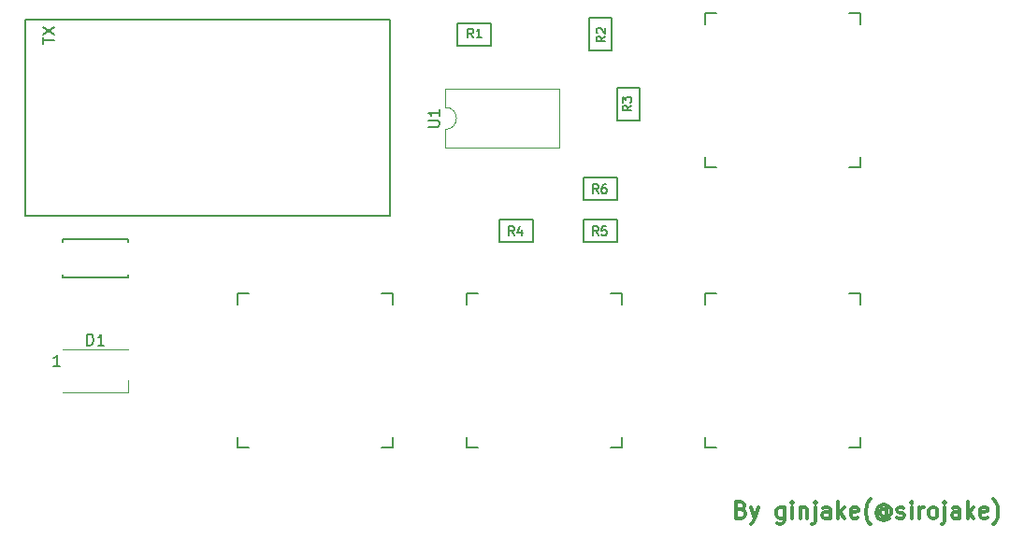
<source format=gbr>
G04 #@! TF.GenerationSoftware,KiCad,Pcbnew,(5.1.2)-1*
G04 #@! TF.CreationDate,2019-05-14T15:55:12+09:00*
G04 #@! TF.ProjectId,pcb,7063622e-6b69-4636-9164-5f7063625858,rev?*
G04 #@! TF.SameCoordinates,Original*
G04 #@! TF.FileFunction,Legend,Top*
G04 #@! TF.FilePolarity,Positive*
%FSLAX46Y46*%
G04 Gerber Fmt 4.6, Leading zero omitted, Abs format (unit mm)*
G04 Created by KiCad (PCBNEW (5.1.2)-1) date 2019-05-14 15:55:12*
%MOMM*%
%LPD*%
G04 APERTURE LIST*
%ADD10C,0.300000*%
%ADD11C,0.150000*%
%ADD12C,0.120000*%
G04 APERTURE END LIST*
D10*
X95287142Y-185312857D02*
X95501428Y-185384285D01*
X95572857Y-185455714D01*
X95644285Y-185598571D01*
X95644285Y-185812857D01*
X95572857Y-185955714D01*
X95501428Y-186027142D01*
X95358571Y-186098571D01*
X94787142Y-186098571D01*
X94787142Y-184598571D01*
X95287142Y-184598571D01*
X95430000Y-184670000D01*
X95501428Y-184741428D01*
X95572857Y-184884285D01*
X95572857Y-185027142D01*
X95501428Y-185170000D01*
X95430000Y-185241428D01*
X95287142Y-185312857D01*
X94787142Y-185312857D01*
X96144285Y-185098571D02*
X96501428Y-186098571D01*
X96858571Y-185098571D02*
X96501428Y-186098571D01*
X96358571Y-186455714D01*
X96287142Y-186527142D01*
X96144285Y-186598571D01*
X99215714Y-185098571D02*
X99215714Y-186312857D01*
X99144285Y-186455714D01*
X99072857Y-186527142D01*
X98930000Y-186598571D01*
X98715714Y-186598571D01*
X98572857Y-186527142D01*
X99215714Y-186027142D02*
X99072857Y-186098571D01*
X98787142Y-186098571D01*
X98644285Y-186027142D01*
X98572857Y-185955714D01*
X98501428Y-185812857D01*
X98501428Y-185384285D01*
X98572857Y-185241428D01*
X98644285Y-185170000D01*
X98787142Y-185098571D01*
X99072857Y-185098571D01*
X99215714Y-185170000D01*
X99930000Y-186098571D02*
X99930000Y-185098571D01*
X99930000Y-184598571D02*
X99858571Y-184670000D01*
X99930000Y-184741428D01*
X100001428Y-184670000D01*
X99930000Y-184598571D01*
X99930000Y-184741428D01*
X100644285Y-185098571D02*
X100644285Y-186098571D01*
X100644285Y-185241428D02*
X100715714Y-185170000D01*
X100858571Y-185098571D01*
X101072857Y-185098571D01*
X101215714Y-185170000D01*
X101287142Y-185312857D01*
X101287142Y-186098571D01*
X102001428Y-185098571D02*
X102001428Y-186384285D01*
X101930000Y-186527142D01*
X101787142Y-186598571D01*
X101715714Y-186598571D01*
X102001428Y-184598571D02*
X101930000Y-184670000D01*
X102001428Y-184741428D01*
X102072857Y-184670000D01*
X102001428Y-184598571D01*
X102001428Y-184741428D01*
X103358571Y-186098571D02*
X103358571Y-185312857D01*
X103287142Y-185170000D01*
X103144285Y-185098571D01*
X102858571Y-185098571D01*
X102715714Y-185170000D01*
X103358571Y-186027142D02*
X103215714Y-186098571D01*
X102858571Y-186098571D01*
X102715714Y-186027142D01*
X102644285Y-185884285D01*
X102644285Y-185741428D01*
X102715714Y-185598571D01*
X102858571Y-185527142D01*
X103215714Y-185527142D01*
X103358571Y-185455714D01*
X104072857Y-186098571D02*
X104072857Y-184598571D01*
X104215714Y-185527142D02*
X104644285Y-186098571D01*
X104644285Y-185098571D02*
X104072857Y-185670000D01*
X105858571Y-186027142D02*
X105715714Y-186098571D01*
X105430000Y-186098571D01*
X105287142Y-186027142D01*
X105215714Y-185884285D01*
X105215714Y-185312857D01*
X105287142Y-185170000D01*
X105430000Y-185098571D01*
X105715714Y-185098571D01*
X105858571Y-185170000D01*
X105930000Y-185312857D01*
X105930000Y-185455714D01*
X105215714Y-185598571D01*
X107001428Y-186670000D02*
X106930000Y-186598571D01*
X106787142Y-186384285D01*
X106715714Y-186241428D01*
X106644285Y-186027142D01*
X106572857Y-185670000D01*
X106572857Y-185384285D01*
X106644285Y-185027142D01*
X106715714Y-184812857D01*
X106787142Y-184670000D01*
X106930000Y-184455714D01*
X107001428Y-184384285D01*
X108501428Y-185384285D02*
X108430000Y-185312857D01*
X108287142Y-185241428D01*
X108144285Y-185241428D01*
X108001428Y-185312857D01*
X107930000Y-185384285D01*
X107858571Y-185527142D01*
X107858571Y-185670000D01*
X107930000Y-185812857D01*
X108001428Y-185884285D01*
X108144285Y-185955714D01*
X108287142Y-185955714D01*
X108430000Y-185884285D01*
X108501428Y-185812857D01*
X108501428Y-185241428D02*
X108501428Y-185812857D01*
X108572857Y-185884285D01*
X108644285Y-185884285D01*
X108787142Y-185812857D01*
X108858571Y-185670000D01*
X108858571Y-185312857D01*
X108715714Y-185098571D01*
X108501428Y-184955714D01*
X108215714Y-184884285D01*
X107930000Y-184955714D01*
X107715714Y-185098571D01*
X107572857Y-185312857D01*
X107501428Y-185598571D01*
X107572857Y-185884285D01*
X107715714Y-186098571D01*
X107930000Y-186241428D01*
X108215714Y-186312857D01*
X108501428Y-186241428D01*
X108715714Y-186098571D01*
X109430000Y-186027142D02*
X109572857Y-186098571D01*
X109858571Y-186098571D01*
X110001428Y-186027142D01*
X110072857Y-185884285D01*
X110072857Y-185812857D01*
X110001428Y-185670000D01*
X109858571Y-185598571D01*
X109644285Y-185598571D01*
X109501428Y-185527142D01*
X109430000Y-185384285D01*
X109430000Y-185312857D01*
X109501428Y-185170000D01*
X109644285Y-185098571D01*
X109858571Y-185098571D01*
X110001428Y-185170000D01*
X110715714Y-186098571D02*
X110715714Y-185098571D01*
X110715714Y-184598571D02*
X110644285Y-184670000D01*
X110715714Y-184741428D01*
X110787142Y-184670000D01*
X110715714Y-184598571D01*
X110715714Y-184741428D01*
X111430000Y-186098571D02*
X111430000Y-185098571D01*
X111430000Y-185384285D02*
X111501428Y-185241428D01*
X111572857Y-185170000D01*
X111715714Y-185098571D01*
X111858571Y-185098571D01*
X112572857Y-186098571D02*
X112430000Y-186027142D01*
X112358571Y-185955714D01*
X112287142Y-185812857D01*
X112287142Y-185384285D01*
X112358571Y-185241428D01*
X112430000Y-185170000D01*
X112572857Y-185098571D01*
X112787142Y-185098571D01*
X112930000Y-185170000D01*
X113001428Y-185241428D01*
X113072857Y-185384285D01*
X113072857Y-185812857D01*
X113001428Y-185955714D01*
X112930000Y-186027142D01*
X112787142Y-186098571D01*
X112572857Y-186098571D01*
X113715714Y-185098571D02*
X113715714Y-186384285D01*
X113644285Y-186527142D01*
X113501428Y-186598571D01*
X113430000Y-186598571D01*
X113715714Y-184598571D02*
X113644285Y-184670000D01*
X113715714Y-184741428D01*
X113787142Y-184670000D01*
X113715714Y-184598571D01*
X113715714Y-184741428D01*
X115072857Y-186098571D02*
X115072857Y-185312857D01*
X115001428Y-185170000D01*
X114858571Y-185098571D01*
X114572857Y-185098571D01*
X114430000Y-185170000D01*
X115072857Y-186027142D02*
X114930000Y-186098571D01*
X114572857Y-186098571D01*
X114430000Y-186027142D01*
X114358571Y-185884285D01*
X114358571Y-185741428D01*
X114430000Y-185598571D01*
X114572857Y-185527142D01*
X114930000Y-185527142D01*
X115072857Y-185455714D01*
X115787142Y-186098571D02*
X115787142Y-184598571D01*
X115930000Y-185527142D02*
X116358571Y-186098571D01*
X116358571Y-185098571D02*
X115787142Y-185670000D01*
X117572857Y-186027142D02*
X117430000Y-186098571D01*
X117144285Y-186098571D01*
X117001428Y-186027142D01*
X116930000Y-185884285D01*
X116930000Y-185312857D01*
X117001428Y-185170000D01*
X117144285Y-185098571D01*
X117430000Y-185098571D01*
X117572857Y-185170000D01*
X117644285Y-185312857D01*
X117644285Y-185455714D01*
X116930000Y-185598571D01*
X118144285Y-186670000D02*
X118215714Y-186598571D01*
X118358571Y-186384285D01*
X118430000Y-186241428D01*
X118501428Y-186027142D01*
X118572857Y-185670000D01*
X118572857Y-185384285D01*
X118501428Y-185027142D01*
X118430000Y-184812857D01*
X118358571Y-184670000D01*
X118215714Y-184455714D01*
X118144285Y-184384285D01*
D11*
X63500000Y-140950000D02*
X30480000Y-140950000D01*
X63500000Y-158730000D02*
X63500000Y-140950000D01*
X30480000Y-158730000D02*
X63500000Y-158730000D01*
X30480000Y-140950000D02*
X30480000Y-158730000D01*
X105060000Y-140320000D02*
X106060000Y-140320000D01*
X106060000Y-141320000D02*
X106060000Y-140320000D01*
X92060000Y-154320000D02*
X93060000Y-154320000D01*
X92060000Y-153320000D02*
X92060000Y-154320000D01*
X92060000Y-140320000D02*
X92060000Y-141320000D01*
X93060000Y-140320000D02*
X92060000Y-140320000D01*
X106060000Y-154320000D02*
X105060000Y-154320000D01*
X106060000Y-153320000D02*
X106060000Y-154320000D01*
D12*
X68520000Y-147210000D02*
X68520000Y-148860000D01*
X78800000Y-147210000D02*
X68520000Y-147210000D01*
X78800000Y-152510000D02*
X78800000Y-147210000D01*
X68520000Y-152510000D02*
X78800000Y-152510000D01*
X68520000Y-150860000D02*
X68520000Y-152510000D01*
X68520000Y-148860000D02*
G75*
G02X68520000Y-150860000I0J-1000000D01*
G01*
D11*
X50730000Y-179720000D02*
X49730000Y-179720000D01*
X49730000Y-178720000D02*
X49730000Y-179720000D01*
X63730000Y-165720000D02*
X62730000Y-165720000D01*
X63730000Y-166720000D02*
X63730000Y-165720000D01*
X63730000Y-179720000D02*
X63730000Y-178720000D01*
X62730000Y-179720000D02*
X63730000Y-179720000D01*
X49730000Y-165720000D02*
X50730000Y-165720000D01*
X49730000Y-166720000D02*
X49730000Y-165720000D01*
X71470000Y-179720000D02*
X70470000Y-179720000D01*
X70470000Y-178720000D02*
X70470000Y-179720000D01*
X84470000Y-165720000D02*
X83470000Y-165720000D01*
X84470000Y-166720000D02*
X84470000Y-165720000D01*
X84470000Y-179720000D02*
X84470000Y-178720000D01*
X83470000Y-179720000D02*
X84470000Y-179720000D01*
X70470000Y-165720000D02*
X71470000Y-165720000D01*
X70470000Y-166720000D02*
X70470000Y-165720000D01*
X93060000Y-179720000D02*
X92060000Y-179720000D01*
X92060000Y-178720000D02*
X92060000Y-179720000D01*
X106060000Y-165720000D02*
X105060000Y-165720000D01*
X106060000Y-166720000D02*
X106060000Y-165720000D01*
X106060000Y-179720000D02*
X106060000Y-178720000D01*
X105060000Y-179720000D02*
X106060000Y-179720000D01*
X92060000Y-165720000D02*
X93060000Y-165720000D01*
X92060000Y-166720000D02*
X92060000Y-165720000D01*
X33830000Y-161060000D02*
X33830000Y-160810000D01*
X33830000Y-160810000D02*
X39830000Y-160810000D01*
X39830000Y-160810000D02*
X39830000Y-161060000D01*
X39830000Y-164060000D02*
X39830000Y-164310000D01*
X39830000Y-164310000D02*
X33830000Y-164310000D01*
X33830000Y-164310000D02*
X33830000Y-164060000D01*
X81048860Y-157210760D02*
X84051140Y-157210760D01*
X81048860Y-155209240D02*
X81048860Y-157210760D01*
X84051140Y-155209240D02*
X81048860Y-155209240D01*
X84051140Y-157210760D02*
X84051140Y-155209240D01*
X81048860Y-161020760D02*
X84051140Y-161020760D01*
X81048860Y-159019240D02*
X81048860Y-161020760D01*
X84051140Y-159019240D02*
X81048860Y-159019240D01*
X84051140Y-161020760D02*
X84051140Y-159019240D01*
X76431140Y-161020760D02*
X76431140Y-159019240D01*
X76431140Y-159019240D02*
X73428860Y-159019240D01*
X73428860Y-159019240D02*
X73428860Y-161020760D01*
X73428860Y-161020760D02*
X76431140Y-161020760D01*
X84089240Y-147088860D02*
X84089240Y-150091140D01*
X86090760Y-147088860D02*
X84089240Y-147088860D01*
X86090760Y-150091140D02*
X86090760Y-147088860D01*
X84089240Y-150091140D02*
X86090760Y-150091140D01*
X83550760Y-143741140D02*
X83550760Y-140738860D01*
X81549240Y-143741140D02*
X83550760Y-143741140D01*
X81549240Y-140738860D02*
X81549240Y-143741140D01*
X83550760Y-140738860D02*
X81549240Y-140738860D01*
X72621140Y-141239240D02*
X69618860Y-141239240D01*
X72621140Y-143240760D02*
X72621140Y-141239240D01*
X69618860Y-143240760D02*
X72621140Y-143240760D01*
X69618860Y-141239240D02*
X69618860Y-143240760D01*
D12*
X33880000Y-170770000D02*
X39780000Y-170770000D01*
X33880000Y-174670000D02*
X39780000Y-174670000D01*
X39780000Y-174670000D02*
X39780000Y-173595000D01*
D11*
X32065980Y-143083504D02*
X32065980Y-142512076D01*
X33065980Y-142797790D02*
X32065980Y-142797790D01*
X32065980Y-142273980D02*
X33065980Y-141607314D01*
X32065980Y-141607314D02*
X33065980Y-142273980D01*
X66972380Y-150621904D02*
X67781904Y-150621904D01*
X67877142Y-150574285D01*
X67924761Y-150526666D01*
X67972380Y-150431428D01*
X67972380Y-150240952D01*
X67924761Y-150145714D01*
X67877142Y-150098095D01*
X67781904Y-150050476D01*
X66972380Y-150050476D01*
X67972380Y-149050476D02*
X67972380Y-149621904D01*
X67972380Y-149336190D02*
X66972380Y-149336190D01*
X67115238Y-149431428D01*
X67210476Y-149526666D01*
X67258095Y-149621904D01*
X82364533Y-156657695D02*
X82093600Y-156270647D01*
X81900076Y-156657695D02*
X81900076Y-155844895D01*
X82209714Y-155844895D01*
X82287123Y-155883600D01*
X82325828Y-155922304D01*
X82364533Y-155999714D01*
X82364533Y-156115828D01*
X82325828Y-156193238D01*
X82287123Y-156231942D01*
X82209714Y-156270647D01*
X81900076Y-156270647D01*
X83061219Y-155844895D02*
X82906400Y-155844895D01*
X82828990Y-155883600D01*
X82790285Y-155922304D01*
X82712876Y-156038419D01*
X82674171Y-156193238D01*
X82674171Y-156502876D01*
X82712876Y-156580285D01*
X82751580Y-156618990D01*
X82828990Y-156657695D01*
X82983809Y-156657695D01*
X83061219Y-156618990D01*
X83099923Y-156580285D01*
X83138628Y-156502876D01*
X83138628Y-156309352D01*
X83099923Y-156231942D01*
X83061219Y-156193238D01*
X82983809Y-156154533D01*
X82828990Y-156154533D01*
X82751580Y-156193238D01*
X82712876Y-156231942D01*
X82674171Y-156309352D01*
X82364533Y-160467695D02*
X82093600Y-160080647D01*
X81900076Y-160467695D02*
X81900076Y-159654895D01*
X82209714Y-159654895D01*
X82287123Y-159693600D01*
X82325828Y-159732304D01*
X82364533Y-159809714D01*
X82364533Y-159925828D01*
X82325828Y-160003238D01*
X82287123Y-160041942D01*
X82209714Y-160080647D01*
X81900076Y-160080647D01*
X83099923Y-159654895D02*
X82712876Y-159654895D01*
X82674171Y-160041942D01*
X82712876Y-160003238D01*
X82790285Y-159964533D01*
X82983809Y-159964533D01*
X83061219Y-160003238D01*
X83099923Y-160041942D01*
X83138628Y-160119352D01*
X83138628Y-160312876D01*
X83099923Y-160390285D01*
X83061219Y-160428990D01*
X82983809Y-160467695D01*
X82790285Y-160467695D01*
X82712876Y-160428990D01*
X82674171Y-160390285D01*
X74744533Y-160467695D02*
X74473600Y-160080647D01*
X74280076Y-160467695D02*
X74280076Y-159654895D01*
X74589714Y-159654895D01*
X74667123Y-159693600D01*
X74705828Y-159732304D01*
X74744533Y-159809714D01*
X74744533Y-159925828D01*
X74705828Y-160003238D01*
X74667123Y-160041942D01*
X74589714Y-160080647D01*
X74280076Y-160080647D01*
X75441219Y-159925828D02*
X75441219Y-160467695D01*
X75247695Y-159616190D02*
X75054171Y-160196761D01*
X75557333Y-160196761D01*
X85377695Y-148675466D02*
X84990647Y-148946400D01*
X85377695Y-149139923D02*
X84564895Y-149139923D01*
X84564895Y-148830285D01*
X84603600Y-148752876D01*
X84642304Y-148714171D01*
X84719714Y-148675466D01*
X84835828Y-148675466D01*
X84913238Y-148714171D01*
X84951942Y-148752876D01*
X84990647Y-148830285D01*
X84990647Y-149139923D01*
X84564895Y-148404533D02*
X84564895Y-147901371D01*
X84874533Y-148172304D01*
X84874533Y-148056190D01*
X84913238Y-147978780D01*
X84951942Y-147940076D01*
X85029352Y-147901371D01*
X85222876Y-147901371D01*
X85300285Y-147940076D01*
X85338990Y-147978780D01*
X85377695Y-148056190D01*
X85377695Y-148288419D01*
X85338990Y-148365828D01*
X85300285Y-148404533D01*
X82997695Y-142425466D02*
X82610647Y-142696400D01*
X82997695Y-142889923D02*
X82184895Y-142889923D01*
X82184895Y-142580285D01*
X82223600Y-142502876D01*
X82262304Y-142464171D01*
X82339714Y-142425466D01*
X82455828Y-142425466D01*
X82533238Y-142464171D01*
X82571942Y-142502876D01*
X82610647Y-142580285D01*
X82610647Y-142889923D01*
X82262304Y-142115828D02*
X82223600Y-142077123D01*
X82184895Y-141999714D01*
X82184895Y-141806190D01*
X82223600Y-141728780D01*
X82262304Y-141690076D01*
X82339714Y-141651371D01*
X82417123Y-141651371D01*
X82533238Y-141690076D01*
X82997695Y-142154533D01*
X82997695Y-141651371D01*
X71034533Y-142527695D02*
X70763600Y-142140647D01*
X70570076Y-142527695D02*
X70570076Y-141714895D01*
X70879714Y-141714895D01*
X70957123Y-141753600D01*
X70995828Y-141792304D01*
X71034533Y-141869714D01*
X71034533Y-141985828D01*
X70995828Y-142063238D01*
X70957123Y-142101942D01*
X70879714Y-142140647D01*
X70570076Y-142140647D01*
X71808628Y-142527695D02*
X71344171Y-142527695D01*
X71576400Y-142527695D02*
X71576400Y-141714895D01*
X71498990Y-141831009D01*
X71421580Y-141908419D01*
X71344171Y-141947123D01*
X36091904Y-170422380D02*
X36091904Y-169422380D01*
X36330000Y-169422380D01*
X36472857Y-169470000D01*
X36568095Y-169565238D01*
X36615714Y-169660476D01*
X36663333Y-169850952D01*
X36663333Y-169993809D01*
X36615714Y-170184285D01*
X36568095Y-170279523D01*
X36472857Y-170374761D01*
X36330000Y-170422380D01*
X36091904Y-170422380D01*
X37615714Y-170422380D02*
X37044285Y-170422380D01*
X37330000Y-170422380D02*
X37330000Y-169422380D01*
X37234761Y-169565238D01*
X37139523Y-169660476D01*
X37044285Y-169708095D01*
X33615714Y-172297380D02*
X33044285Y-172297380D01*
X33330000Y-172297380D02*
X33330000Y-171297380D01*
X33234761Y-171440238D01*
X33139523Y-171535476D01*
X33044285Y-171583095D01*
M02*

</source>
